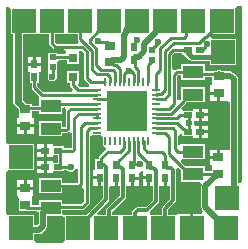
<source format=gtl>
G04*
G04 #@! TF.GenerationSoftware,Altium Limited,Altium Designer,25.0.2 (28)*
G04*
G04 Layer_Physical_Order=1*
G04 Layer_Color=255*
%FSLAX44Y44*%
%MOMM*%
G71*
G04*
G04 #@! TF.SameCoordinates,45B9F587-651D-48FE-9BFB-3449DA8E954A*
G04*
G04*
G04 #@! TF.FilePolarity,Positive*
G04*
G01*
G75*
%ADD11C,0.2540*%
%ADD12C,0.3000*%
%ADD15R,1.8000X1.1000*%
%ADD16R,0.9000X0.8000*%
%ADD17R,0.8000X0.8000*%
%ADD28R,0.5400X0.7901*%
%ADD29R,0.5400X0.5657*%
%ADD30R,0.7901X0.5400*%
%ADD31O,0.8000X0.2000*%
%ADD32O,0.2000X0.8000*%
%ADD33R,3.4000X3.4000*%
%ADD34C,0.5000*%
%ADD35C,0.4000*%
%ADD36C,0.3500*%
%ADD37C,0.6000*%
%ADD38R,2.0000X2.0000*%
%ADD39C,0.6000*%
G36*
X36661Y169305D02*
X36837Y168419D01*
X37339Y167668D01*
X40273Y164733D01*
X41024Y164232D01*
X41910Y164056D01*
X49310D01*
X50792Y161669D01*
X50508Y160983D01*
X49574Y160067D01*
X43392D01*
Y161327D01*
X35992D01*
Y155211D01*
X35992Y153671D01*
X35992Y151131D01*
Y145014D01*
X35992D01*
X35712Y142590D01*
X35370Y141766D01*
Y140174D01*
X35979Y138704D01*
X37104Y137579D01*
X38574Y136970D01*
X40166D01*
X41636Y137579D01*
X42761Y138704D01*
X43370Y140174D01*
Y141766D01*
X43076Y142474D01*
X43392Y145014D01*
X43392D01*
X43392Y153642D01*
X45188Y155438D01*
X51513D01*
Y151968D01*
X61513D01*
Y161516D01*
X61513Y161968D01*
X61861Y162632D01*
X64275Y162927D01*
X66266Y161094D01*
Y139700D01*
X66442Y138814D01*
X66943Y138063D01*
X69979Y135028D01*
X70729Y134527D01*
X70756Y134521D01*
X70505Y131981D01*
X62195D01*
X60860Y133657D01*
X61516Y135979D01*
X61516D01*
Y145979D01*
X51516D01*
Y135979D01*
X54201D01*
Y133984D01*
X54378Y133098D01*
X54879Y132347D01*
X56884Y130343D01*
X55832Y127803D01*
X31680D01*
X26444Y133039D01*
Y135649D01*
X27830D01*
Y145010D01*
X29370D01*
Y150231D01*
X24130D01*
X18890D01*
Y145010D01*
X20430D01*
Y135649D01*
X21816D01*
Y132080D01*
X21992Y131194D01*
X22493Y130443D01*
X28034Y124902D01*
X27763Y122362D01*
X27763Y122362D01*
Y116397D01*
X22009D01*
Y118256D01*
X17277D01*
X14238Y121294D01*
Y177203D01*
X25435D01*
X26008Y177203D01*
X27975D01*
X28548Y177203D01*
X36661D01*
Y169305D01*
D02*
G37*
G36*
X60627Y173278D02*
X60803Y172393D01*
X61305Y171642D01*
X61916Y171031D01*
X60944Y168685D01*
X42869D01*
X41290Y170264D01*
Y177203D01*
X49975D01*
Y177203D01*
X51942D01*
Y177203D01*
X60627D01*
Y173278D01*
D02*
G37*
G36*
X200123Y200615D02*
Y51967D01*
X197583Y50550D01*
X196624Y51142D01*
X196609Y51166D01*
Y138947D01*
X196337Y140312D01*
X195563Y141470D01*
X192634Y144399D01*
X191477Y145173D01*
X190111Y145444D01*
X185712D01*
Y146146D01*
X181871D01*
X181683Y146272D01*
X180317Y146544D01*
X178952Y146272D01*
X178764Y146146D01*
X174712D01*
Y145677D01*
X168477D01*
Y151296D01*
X148477D01*
Y147111D01*
X144796D01*
X143911Y146934D01*
X143333Y146548D01*
X142204Y146800D01*
X140793Y147385D01*
Y159109D01*
X142597Y160914D01*
X148890D01*
Y159529D01*
X151136D01*
X151677Y158719D01*
X155030Y155366D01*
X155030Y155366D01*
X156022Y154703D01*
X157193Y154470D01*
X173084D01*
Y150816D01*
X195084D01*
Y172816D01*
X174254D01*
X173202Y175356D01*
X175049Y177203D01*
X193776D01*
Y199203D01*
X195712Y200660D01*
X200079D01*
X200123Y200615D01*
D02*
G37*
G36*
X4008Y198477D02*
Y177203D01*
X6082D01*
Y119605D01*
X6082Y119605D01*
X6392Y118044D01*
X7276Y116721D01*
X11009Y112988D01*
Y108335D01*
X11009Y108256D01*
X10817Y105795D01*
X9469D01*
Y100525D01*
X16509D01*
X23549D01*
Y105795D01*
X22201D01*
X22009Y108256D01*
X22009Y108335D01*
Y111768D01*
X27763D01*
Y109362D01*
X47763D01*
Y114574D01*
X49840Y114885D01*
X50744Y112489D01*
X50568Y111603D01*
Y98357D01*
X50436Y98225D01*
X47763D01*
Y103363D01*
X27763D01*
Y90363D01*
X47763D01*
Y93596D01*
X51395D01*
X52280Y93772D01*
X53031Y94274D01*
X53158Y94401D01*
X55698Y93349D01*
Y80828D01*
X55566Y80696D01*
X48977D01*
Y82081D01*
X39616D01*
Y83621D01*
X34396D01*
Y78381D01*
Y73141D01*
X39616D01*
Y74681D01*
X43889D01*
Y68104D01*
X39616D01*
Y69644D01*
X34396D01*
Y64404D01*
Y59164D01*
X39616D01*
Y60704D01*
X48977D01*
Y62194D01*
X51668D01*
X52640Y61223D01*
X54110Y60614D01*
X55701D01*
X57172Y61223D01*
X58297Y62348D01*
X58574Y63016D01*
X61114Y62511D01*
Y51224D01*
X60981Y51091D01*
X47763D01*
Y55277D01*
X27763D01*
Y42277D01*
X47763D01*
Y46462D01*
X61940D01*
X62826Y46639D01*
X63577Y47140D01*
X63726Y47289D01*
X66266Y46237D01*
Y35249D01*
X63811Y32794D01*
X47763D01*
Y36278D01*
X27763D01*
Y32092D01*
X21665D01*
Y37533D01*
X21665Y37613D01*
X21857Y40073D01*
X23205D01*
Y45343D01*
X16165D01*
X9125D01*
Y40073D01*
X10473D01*
X10664Y37613D01*
X10665Y37533D01*
Y27613D01*
X17411D01*
X18163Y27463D01*
X25241D01*
X27695Y26778D01*
Y16231D01*
X26462Y14999D01*
X23776D01*
Y23453D01*
X2540D01*
X1776Y23453D01*
X0Y25258D01*
Y60394D01*
X1975Y61756D01*
X2540Y61757D01*
X23976D01*
Y83757D01*
X2540D01*
X1975Y83757D01*
X0Y85119D01*
Y199554D01*
X1840Y200100D01*
X4008Y198477D01*
D02*
G37*
G36*
X148477Y138296D02*
X168477D01*
Y141048D01*
X174712D01*
Y136226D01*
X174712Y136146D01*
X174520Y133686D01*
X173172D01*
Y128416D01*
X180212D01*
Y127146D01*
X181482D01*
Y120606D01*
X186931D01*
X187252Y120606D01*
X189471Y119831D01*
Y79221D01*
X186989Y79082D01*
X186931Y79082D01*
X181219D01*
Y72542D01*
X179949D01*
Y71272D01*
X172909D01*
Y66002D01*
X174257D01*
X174449Y63542D01*
X174449Y63462D01*
Y60877D01*
X168477D01*
Y65063D01*
X151751D01*
X148160Y68654D01*
X149344Y71062D01*
X168477D01*
Y84062D01*
X148477D01*
Y84062D01*
X145937Y83483D01*
X145824Y83558D01*
Y91152D01*
X148364Y92578D01*
X148820Y92299D01*
X148889Y92160D01*
Y90548D01*
X158251D01*
Y89008D01*
X163471D01*
Y94248D01*
Y99488D01*
X159819D01*
X158940Y100804D01*
Y102396D01*
X159584Y103360D01*
X163471D01*
Y108600D01*
Y113840D01*
X158251D01*
Y112300D01*
X149645D01*
X148384Y114631D01*
X152384Y118631D01*
X152829Y119297D01*
X168477D01*
Y132297D01*
X148477D01*
Y122039D01*
X147635Y121250D01*
X147160Y120945D01*
X145333Y121637D01*
X144662Y122175D01*
Y141389D01*
X145755Y142482D01*
X148477D01*
Y138296D01*
D02*
G37*
G36*
X136060Y48814D02*
X139160D01*
Y37355D01*
X132818Y31012D01*
X132265Y30185D01*
X132071Y29210D01*
Y23453D01*
X122833D01*
X122400Y23868D01*
X122284Y26879D01*
X128983Y33577D01*
X129590Y34487D01*
X129804Y35560D01*
Y48814D01*
X133520D01*
Y55305D01*
X136060D01*
Y48814D01*
D02*
G37*
G36*
X115623Y61035D02*
X115690Y60947D01*
Y56575D01*
X120930D01*
Y55305D01*
X122200D01*
Y48814D01*
X124196D01*
Y36721D01*
X118219Y30744D01*
X111760D01*
X110687Y30530D01*
X109777Y29923D01*
X107727Y27872D01*
X107119Y26963D01*
X106906Y25890D01*
Y23453D01*
X98135D01*
Y23453D01*
X95963D01*
Y23453D01*
X90214D01*
Y26559D01*
X101006Y37351D01*
X101614Y38261D01*
X101828Y39334D01*
Y45960D01*
X101831Y48499D01*
X105801D01*
Y54990D01*
X107071D01*
Y56260D01*
X112311D01*
Y59081D01*
X114583Y61132D01*
X114770Y61169D01*
X115623Y61035D01*
D02*
G37*
G36*
X94481Y48612D02*
X96220D01*
Y40495D01*
X85428Y29703D01*
X84820Y28793D01*
X84606Y27720D01*
Y23453D01*
X78303D01*
X77331Y25800D01*
X86892Y35361D01*
X87445Y36188D01*
X87639Y37163D01*
Y46210D01*
X87971Y48612D01*
X91941D01*
Y55102D01*
X94481D01*
Y48612D01*
D02*
G37*
G36*
X73465Y91781D02*
X74245Y91626D01*
X80245D01*
X80500Y91483D01*
X82062Y89921D01*
X82205Y89665D01*
Y83665D01*
X82360Y82885D01*
X82802Y82223D01*
X83464Y81781D01*
X83996Y81675D01*
X84393Y80929D01*
X84776Y79142D01*
X84723Y79107D01*
X79067Y73450D01*
X78565Y72699D01*
X78389Y71813D01*
Y71156D01*
X75652D01*
Y61795D01*
X74112D01*
Y56575D01*
X79352D01*
Y55305D01*
X80622D01*
Y48814D01*
X82541D01*
Y38219D01*
X67775Y23453D01*
X50303D01*
X49791Y23453D01*
X47763Y24690D01*
Y28166D01*
X64770D01*
X65656Y28342D01*
X66407Y28843D01*
X70217Y32653D01*
X70718Y33404D01*
X70894Y34290D01*
Y90676D01*
X71304Y91008D01*
X73435Y91801D01*
X73465Y91781D01*
D02*
G37*
G36*
X148477Y61790D02*
Y52063D01*
X164463D01*
X165716Y49523D01*
X165613Y49369D01*
X165341Y48003D01*
Y30283D01*
X165613Y28918D01*
X166387Y27760D01*
X166807Y27340D01*
X165835Y24993D01*
X158750D01*
Y12453D01*
X156210D01*
Y24993D01*
X144940D01*
X144308Y23453D01*
X137169D01*
Y28154D01*
X143511Y34497D01*
X144064Y35324D01*
X144258Y36299D01*
Y61998D01*
X144154Y62521D01*
X145390Y63608D01*
X146249Y64019D01*
X148477Y61790D01*
D02*
G37*
G36*
X47251Y23278D02*
X47763Y23278D01*
X49791Y22041D01*
Y1453D01*
X47784Y165D01*
X25751Y89D01*
X23776Y2622D01*
Y7861D01*
X27940D01*
X29306Y8133D01*
X30463Y8907D01*
X33787Y12230D01*
X34560Y13388D01*
X34832Y14753D01*
Y23278D01*
X47251D01*
D02*
G37*
%LPC*%
G36*
X29370Y157991D02*
X25400D01*
Y152771D01*
X29370D01*
Y157991D01*
D02*
G37*
G36*
X22860D02*
X18890D01*
Y152771D01*
X22860D01*
Y157991D01*
D02*
G37*
G36*
X23549Y97985D02*
X17779D01*
Y92715D01*
X23549D01*
Y97985D01*
D02*
G37*
G36*
X15239D02*
X9469D01*
Y92715D01*
X15239D01*
Y97985D01*
D02*
G37*
G36*
X31856Y83621D02*
X26635D01*
Y79651D01*
X31856D01*
Y83621D01*
D02*
G37*
G36*
Y77111D02*
X26635D01*
Y73141D01*
X31856D01*
Y77111D01*
D02*
G37*
G36*
Y69644D02*
X26635D01*
Y65674D01*
X31856D01*
Y69644D01*
D02*
G37*
G36*
Y63134D02*
X26635D01*
Y59164D01*
X31856D01*
Y63134D01*
D02*
G37*
G36*
X23205Y53153D02*
X17435D01*
Y47883D01*
X23205D01*
Y53153D01*
D02*
G37*
G36*
X14895D02*
X9125D01*
Y47883D01*
X14895D01*
Y53153D01*
D02*
G37*
G36*
X178942Y125876D02*
X173172D01*
Y120606D01*
X178942D01*
Y125876D01*
D02*
G37*
G36*
X171231Y113840D02*
X166011D01*
Y109870D01*
X171231D01*
Y113840D01*
D02*
G37*
G36*
Y107330D02*
X166011D01*
Y103360D01*
X171231D01*
Y107330D01*
D02*
G37*
G36*
Y99488D02*
X166011D01*
Y95518D01*
X171231D01*
Y99488D01*
D02*
G37*
G36*
Y92978D02*
X166011D01*
Y89008D01*
X171231D01*
Y92978D01*
D02*
G37*
G36*
X178679Y79082D02*
X172909D01*
Y73812D01*
X178679D01*
Y79082D01*
D02*
G37*
G36*
X119660Y54035D02*
X115690D01*
Y48814D01*
X119660D01*
Y54035D01*
D02*
G37*
G36*
X112311Y53720D02*
X108341D01*
Y48499D01*
X112311D01*
Y53720D01*
D02*
G37*
G36*
X78082Y54035D02*
X74112D01*
Y48814D01*
X78082D01*
Y54035D01*
D02*
G37*
%LPD*%
D11*
X93440Y150620D02*
X96246Y147814D01*
X88510Y153350D02*
X91240Y150620D01*
X93440D01*
X96246Y136665D02*
Y147814D01*
X79867Y170081D02*
X85780D01*
X78981Y170966D02*
X79867Y170081D01*
X78045Y170966D02*
X78981D01*
X71147Y170130D02*
Y172234D01*
X62942Y173278D02*
Y188203D01*
Y173278D02*
X73096Y163124D01*
X68580Y139700D02*
Y162560D01*
X41910Y166370D02*
X64770D01*
X68580Y162560D01*
X71147Y170130D02*
X76636Y164641D01*
X73096Y146614D02*
Y163124D01*
X76636Y150537D02*
Y164641D01*
X85780Y170081D02*
X88510Y167351D01*
X71147Y172234D02*
X78179Y179266D01*
X80698Y146475D02*
X90528D01*
X76636Y150537D02*
X80698Y146475D01*
X92245Y136665D02*
Y144758D01*
X73096Y146614D02*
X76775Y142935D01*
X85598D01*
X90528Y146475D02*
X92245Y144758D01*
X87975Y136935D02*
Y140559D01*
X85598Y142935D02*
X87975Y140559D01*
X158477Y144796D02*
X159911Y143363D01*
X177996D02*
X180212Y141146D01*
X159911Y143363D02*
X177996D01*
X55045Y113765D02*
X77145D01*
X77245Y113665D01*
X61589Y109667D02*
X77245D01*
X123302Y164100D02*
X128353Y169151D01*
X123302Y163972D02*
Y164100D01*
X128353Y169151D02*
Y170003D01*
X91026Y121666D02*
X92096Y120596D01*
X77245Y121666D02*
X91026D01*
X78179Y179473D02*
X86702Y187996D01*
X78179Y179266D02*
Y179473D01*
X86702Y187996D02*
X86909D01*
X68580Y139700D02*
X71615Y136665D01*
X165991Y163229D02*
X169386Y166623D01*
Y168003D02*
X170048Y168665D01*
X164741Y163229D02*
X165991D01*
X169386Y166623D02*
Y168003D01*
X141989Y169738D02*
X163667D01*
X168535Y174605D01*
X108264Y67038D02*
Y86645D01*
Y66226D02*
Y67038D01*
X113306D01*
X108218D02*
X108264D01*
X107071Y65891D02*
X108218Y67038D01*
X130736Y164933D02*
X139793Y173990D01*
X151130D01*
X130736Y147008D02*
Y164933D01*
X168535Y174605D02*
X169178D01*
X182605Y188032D01*
Y188203D01*
X46203Y64404D02*
Y78381D01*
X70981Y97395D02*
X76975D01*
X68580Y94994D02*
X70981Y97395D01*
X68580Y34290D02*
Y94994D01*
X63428Y98253D02*
X66571Y101396D01*
X63428Y50265D02*
Y98253D01*
X61940Y48777D02*
X63428Y50265D01*
X66571Y101396D02*
X76975D01*
X46203Y64404D02*
X46308Y64509D01*
X54801D02*
X54906Y64614D01*
X46308Y64509D02*
X54801D01*
X44027Y64404D02*
X46203D01*
X77245Y105666D02*
Y109667D01*
X154940Y101600D02*
Y107500D01*
X153840Y108600D02*
X154940Y107500D01*
Y95348D02*
Y101600D01*
X153840Y94248D02*
X154940Y95348D01*
X12975Y72757D02*
X14339Y71393D01*
X79111Y66446D02*
X80703Y68039D01*
X86360Y77470D02*
X96520D01*
X95031Y66206D02*
Y69161D01*
X80703Y68039D02*
Y71813D01*
X104244Y78373D02*
Y86665D01*
X95031Y69161D02*
X104244Y78373D01*
X80703Y71813D02*
X86360Y77470D01*
X96520D02*
X99976Y80926D01*
X18163Y29778D02*
X34263D01*
X151130Y173990D02*
X152618Y175478D01*
Y182012D02*
X158809Y188203D01*
X152618Y175478D02*
Y182012D01*
X134938Y162687D02*
X141989Y169738D01*
X134938Y129736D02*
Y162687D01*
X127245Y143518D02*
X130736Y147008D01*
X138478Y125917D02*
Y160068D01*
X131139Y125936D02*
X134938Y129736D01*
X138478Y160068D02*
X141639Y163229D01*
X134497Y121936D02*
X138478Y125917D01*
X111975Y136935D02*
X112245Y136665D01*
X111975Y136935D02*
Y139935D01*
X111784Y140125D02*
X111975Y139935D01*
X111784Y140125D02*
Y146446D01*
X109113Y149118D02*
X111784Y146446D01*
X109113Y149118D02*
Y156438D01*
X38975Y169305D02*
X41910Y166370D01*
X38975Y169305D02*
Y188203D01*
X127515Y125936D02*
X131139D01*
X52882Y111603D02*
X55045Y113765D01*
X52882Y97398D02*
Y111603D01*
X87975Y136935D02*
X88245Y136665D01*
X71615D02*
X84244D01*
X39370Y140970D02*
X39692Y141292D01*
Y148843D01*
X127245Y129667D02*
Y143518D01*
X141639Y163229D02*
X153840D01*
X127245Y125666D02*
X127515Y125936D01*
X100246Y143426D02*
X102503Y145683D01*
X104153D02*
X104624Y146154D01*
X106091Y145683D02*
X108244Y143530D01*
Y136665D02*
Y143530D01*
X104624Y146154D02*
X105095Y145683D01*
X102503D02*
X104153D01*
X105095D02*
X106091D01*
X100246Y136665D02*
Y143426D01*
X124460Y154812D02*
Y154940D01*
X120246Y136665D02*
Y150598D01*
X124460Y154812D01*
X127515Y121936D02*
X134497D01*
X142348Y118218D02*
Y142348D01*
X137795Y113665D02*
X142348Y118218D01*
Y142348D02*
X144796Y144796D01*
X127245Y121666D02*
X127515Y121936D01*
X144796Y144796D02*
X158477D01*
X127245Y113665D02*
X137795D01*
X150747Y121567D02*
X154977Y125797D01*
X158477D01*
X140147Y109667D02*
X150747Y120267D01*
Y121567D01*
X127245Y109667D02*
X140147D01*
X158477Y58563D02*
X179928D01*
X179949Y58542D01*
X138430Y75111D02*
Y90170D01*
Y75111D02*
X154977Y58563D01*
X158477D01*
X145958Y77562D02*
X158477D01*
X143510Y80010D02*
X145958Y77562D01*
X143510Y80010D02*
Y95250D01*
X127245Y93665D02*
X134935D01*
X138430Y90170D01*
X141095Y97665D02*
X143510Y95250D01*
X127245Y97665D02*
X141095D01*
X127245Y105666D02*
X144550D01*
X147484Y108600D02*
X153840D01*
X144550Y105666D02*
X147484Y108600D01*
X152589Y94248D02*
X153840D01*
X150451Y96387D02*
X152589Y94248D01*
X144565Y101666D02*
X149844Y96387D01*
X150451D01*
X127245Y101666D02*
X144565D01*
X116516Y80534D02*
X119580Y77470D01*
X116516Y80534D02*
Y86395D01*
X119580Y77470D02*
X132080D01*
X134790Y66206D02*
Y74760D01*
X132080Y77470D02*
X134790Y74760D01*
X116245Y86665D02*
X116516Y86395D01*
X112245Y76748D02*
X121537Y67456D01*
X112245Y76748D02*
Y86665D01*
X108244D02*
X108264Y86645D01*
Y66226D02*
X108284Y66206D01*
X99976Y80926D02*
Y86395D01*
X100246Y86665D01*
X37763Y29778D02*
X38465Y30480D01*
X64770D01*
X68580Y34290D01*
X76975Y97395D02*
X77245Y97665D01*
X41566Y48777D02*
X61940D01*
X58013Y79869D02*
Y106090D01*
X61589Y109667D01*
X56525Y78381D02*
X58013Y79869D01*
X46203Y78381D02*
X56525D01*
X41566Y95910D02*
X51395D01*
X52882Y97398D01*
X17336Y114083D02*
X36936D01*
X40519Y117665D02*
X77245D01*
X36936Y114083D02*
X40519Y117665D01*
X16509Y31432D02*
X18163Y29778D01*
X76975Y101396D02*
X77245Y101666D01*
X24130Y132080D02*
Y140599D01*
Y132080D02*
X30721Y125489D01*
X77067D01*
X77245Y125666D01*
X55730Y157752D02*
X56513Y156968D01*
X39550Y157752D02*
X55730D01*
X56516Y133984D02*
Y140979D01*
Y133984D02*
X60833Y129667D01*
X77245D01*
D12*
X69291Y21364D02*
X85090Y37163D01*
Y64448D01*
X69291Y20953D02*
Y21364D01*
X60791Y12453D02*
X69291Y20953D01*
X83333Y66206D02*
X85090Y64448D01*
X79352Y66206D02*
X83333D01*
X134620Y13765D02*
Y29210D01*
X133308Y12453D02*
X134620Y13765D01*
X139952Y63755D02*
X141709Y61998D01*
Y36299D02*
Y61998D01*
X135990Y63755D02*
X139952D01*
X134620Y29210D02*
X141709Y36299D01*
X134790Y64955D02*
Y66206D01*
Y64955D02*
X135990Y63755D01*
D15*
X158477Y77562D02*
D03*
Y58563D02*
D03*
Y125797D02*
D03*
Y144796D02*
D03*
X37763Y29778D02*
D03*
Y48777D02*
D03*
Y115863D02*
D03*
Y96863D02*
D03*
D16*
X179949Y72542D02*
D03*
Y58542D02*
D03*
X180212Y127146D02*
D03*
Y141146D02*
D03*
X16165Y46613D02*
D03*
Y32613D02*
D03*
X16509Y99255D02*
D03*
Y113256D02*
D03*
X88510Y167351D02*
D03*
Y153350D02*
D03*
D17*
X56516Y140979D02*
D03*
X56513Y156968D02*
D03*
D28*
X108606Y166392D02*
D03*
Y155491D02*
D03*
X79352Y55305D02*
D03*
Y66206D02*
D03*
X120930D02*
D03*
Y55305D02*
D03*
X134790D02*
D03*
Y66206D02*
D03*
X93211Y55103D02*
D03*
Y66004D02*
D03*
X107071Y65891D02*
D03*
Y54990D02*
D03*
X24130Y140599D02*
D03*
Y151501D02*
D03*
D29*
X123302Y163972D02*
D03*
Y155316D02*
D03*
X39692Y157499D02*
D03*
Y148843D02*
D03*
D30*
X164741Y163229D02*
D03*
X153840D02*
D03*
X153840Y108600D02*
D03*
X164741D02*
D03*
Y94248D02*
D03*
X153840D02*
D03*
X33126Y64404D02*
D03*
X44027D02*
D03*
X33126Y78381D02*
D03*
X44027D02*
D03*
D31*
X77245Y129667D02*
D03*
Y125666D02*
D03*
Y121666D02*
D03*
Y117665D02*
D03*
Y113665D02*
D03*
Y109667D02*
D03*
Y105666D02*
D03*
Y101666D02*
D03*
Y97665D02*
D03*
Y93665D02*
D03*
X127245D02*
D03*
Y97665D02*
D03*
Y101666D02*
D03*
Y105666D02*
D03*
Y109667D02*
D03*
Y113665D02*
D03*
Y117665D02*
D03*
Y121666D02*
D03*
Y125666D02*
D03*
Y129667D02*
D03*
D32*
X84244Y136665D02*
D03*
X88245D02*
D03*
X92245D02*
D03*
X96246D02*
D03*
X100246D02*
D03*
X104244D02*
D03*
X108244D02*
D03*
X112245D02*
D03*
X116245D02*
D03*
X120246D02*
D03*
Y86665D02*
D03*
X116245D02*
D03*
X112245D02*
D03*
X108244D02*
D03*
X104244D02*
D03*
X100246D02*
D03*
X96246D02*
D03*
X92245D02*
D03*
X88245D02*
D03*
X84244D02*
D03*
D33*
X102245Y111666D02*
D03*
D34*
X102003Y177719D02*
Y180158D01*
X107169Y185324D01*
X90009Y154850D02*
X97258D01*
X100187Y157779D01*
Y175903D01*
X102003Y177719D01*
X107169Y185324D02*
X109609D01*
X127342Y178776D02*
Y180703D01*
X134842Y188203D01*
X117102Y162350D02*
Y168536D01*
X127342Y178776D01*
X112641Y157888D02*
X117102Y162350D01*
X13799Y11430D02*
X27940D01*
X12776Y12453D02*
X13799Y11430D01*
X27940D02*
X31263Y14753D01*
X34263Y29778D02*
X37763D01*
X31263Y26778D02*
X34263Y29778D01*
X31263Y14753D02*
Y26778D01*
X168910Y30283D02*
X186740Y12453D01*
X168910Y48003D02*
X179449Y58542D01*
X168910Y30283D02*
Y48003D01*
X179449Y58542D02*
X179949D01*
X190111Y141876D02*
X193040Y138947D01*
X181898Y141876D02*
X190111D01*
X186896Y38159D02*
X193040Y44303D01*
Y138947D01*
X180317Y142975D02*
X181817Y141475D01*
X109313Y157888D02*
X112641D01*
X109113Y157688D02*
X109313Y157888D01*
X109113Y156438D02*
Y157688D01*
X88510Y153350D02*
X90009Y154850D01*
X36936Y115036D02*
X37763Y115863D01*
X16509Y113256D02*
X17336Y114083D01*
D35*
X157193Y157529D02*
X176659D01*
X153840Y160881D02*
X157193Y157529D01*
X153840Y160881D02*
Y163229D01*
X176659Y157529D02*
X183221Y164090D01*
D36*
X87410Y27720D02*
X99024Y39334D01*
X84963Y12453D02*
X87410Y14900D01*
Y27720D01*
X97010Y64770D02*
X99024Y62756D01*
X94161Y64770D02*
X97010D01*
X99024Y39334D02*
Y62756D01*
X93211Y65720D02*
Y66004D01*
Y65720D02*
X94161Y64770D01*
X109135Y12453D02*
X109710Y13028D01*
Y25890D01*
X111760Y27940D01*
X119380D01*
X127000Y35560D01*
X121881Y64005D02*
X124950D01*
X127000Y61955D01*
Y35560D02*
Y61955D01*
X120930Y64955D02*
X121881Y64005D01*
X120930Y64955D02*
Y66206D01*
D37*
X10160Y119605D02*
Y183354D01*
X15008Y188203D01*
X10160Y119605D02*
X15009Y114756D01*
X16009Y113256D02*
X16509D01*
X15009Y114256D02*
X16009Y113256D01*
X15009Y114256D02*
Y114756D01*
D38*
X133308Y12453D02*
D03*
X12776D02*
D03*
X12975Y72757D02*
D03*
X60791Y12453D02*
D03*
X84963D02*
D03*
X109135D02*
D03*
X157480D02*
D03*
X186740D02*
D03*
X186896Y38159D02*
D03*
X184084Y161816D02*
D03*
X182775Y188203D02*
D03*
X158809D02*
D03*
X134842D02*
D03*
X110652Y188483D02*
D03*
X86909Y188203D02*
D03*
X62942D02*
D03*
X38975D02*
D03*
X15008D02*
D03*
D39*
X78045Y170966D02*
D03*
X110820Y171916D02*
D03*
X134612Y42400D02*
D03*
X110490Y43180D02*
D03*
X76514Y43040D02*
D03*
X24130Y170180D02*
D03*
X91418Y44004D02*
D03*
X180340Y118110D02*
D03*
X113306Y67038D02*
D03*
X6615Y91538D02*
D03*
X128353Y170003D02*
D03*
X170048Y168665D02*
D03*
X109220Y102870D02*
D03*
X92710D02*
D03*
X109220Y120650D02*
D03*
X92096Y120596D02*
D03*
X54906Y64614D02*
D03*
X154940Y101600D02*
D03*
X39370Y140970D02*
D03*
X104624Y146154D02*
D03*
M02*

</source>
